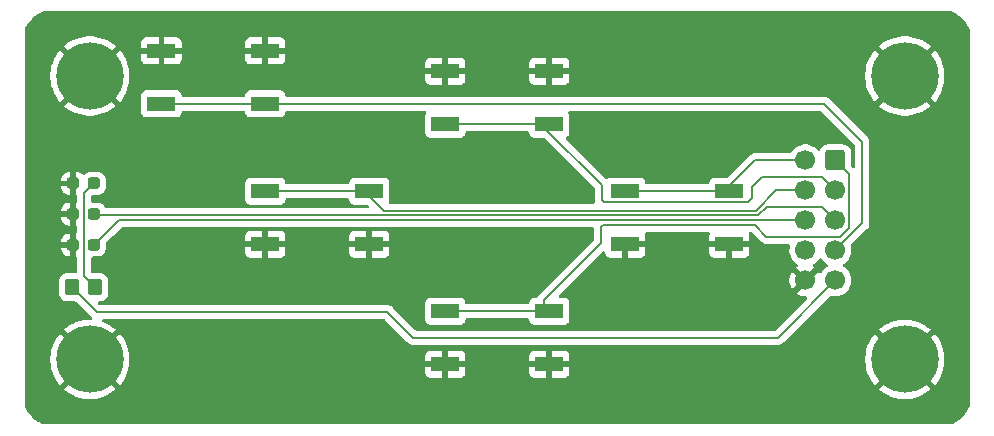
<source format=gbr>
%TF.GenerationSoftware,KiCad,Pcbnew,9.0.0*%
%TF.CreationDate,2025-03-04T20:01:11+01:00*%
%TF.ProjectId,esp32vga-keypad,65737033-3276-4676-912d-6b6579706164,2*%
%TF.SameCoordinates,Original*%
%TF.FileFunction,Copper,L1,Top*%
%TF.FilePolarity,Positive*%
%FSLAX46Y46*%
G04 Gerber Fmt 4.6, Leading zero omitted, Abs format (unit mm)*
G04 Created by KiCad (PCBNEW 9.0.0) date 2025-03-04 20:01:11*
%MOMM*%
%LPD*%
G01*
G04 APERTURE LIST*
G04 Aperture macros list*
%AMRoundRect*
0 Rectangle with rounded corners*
0 $1 Rounding radius*
0 $2 $3 $4 $5 $6 $7 $8 $9 X,Y pos of 4 corners*
0 Add a 4 corners polygon primitive as box body*
4,1,4,$2,$3,$4,$5,$6,$7,$8,$9,$2,$3,0*
0 Add four circle primitives for the rounded corners*
1,1,$1+$1,$2,$3*
1,1,$1+$1,$4,$5*
1,1,$1+$1,$6,$7*
1,1,$1+$1,$8,$9*
0 Add four rect primitives between the rounded corners*
20,1,$1+$1,$2,$3,$4,$5,0*
20,1,$1+$1,$4,$5,$6,$7,0*
20,1,$1+$1,$6,$7,$8,$9,0*
20,1,$1+$1,$8,$9,$2,$3,0*%
G04 Aperture macros list end*
%TA.AperFunction,SMDPad,CuDef*%
%ADD10R,2.400000X1.300000*%
%TD*%
%TA.AperFunction,ComponentPad*%
%ADD11C,5.700000*%
%TD*%
%TA.AperFunction,SMDPad,CuDef*%
%ADD12RoundRect,0.237500X-0.287500X-0.237500X0.287500X-0.237500X0.287500X0.237500X-0.287500X0.237500X0*%
%TD*%
%TA.AperFunction,SMDPad,CuDef*%
%ADD13RoundRect,0.250000X0.350000X0.450000X-0.350000X0.450000X-0.350000X-0.450000X0.350000X-0.450000X0*%
%TD*%
%TA.AperFunction,ComponentPad*%
%ADD14RoundRect,0.250000X0.600000X0.600000X-0.600000X0.600000X-0.600000X-0.600000X0.600000X-0.600000X0*%
%TD*%
%TA.AperFunction,ComponentPad*%
%ADD15C,1.700000*%
%TD*%
%TA.AperFunction,ViaPad*%
%ADD16C,0.600000*%
%TD*%
%TA.AperFunction,Conductor*%
%ADD17C,0.200000*%
%TD*%
G04 APERTURE END LIST*
D10*
%TO.P,SW2,1,1*%
%TO.N,/K_UP*%
X173890000Y-101090000D03*
X165090000Y-101090000D03*
%TO.P,SW2,2,2*%
%TO.N,GND*%
X173890000Y-96590000D03*
X165090000Y-96590000D03*
%TD*%
D11*
%TO.P,H1,1,1*%
%TO.N,GND*%
X135000000Y-97000000D03*
%TD*%
%TO.P,H3,1,1*%
%TO.N,GND*%
X204000000Y-121000000D03*
%TD*%
D10*
%TO.P,SW4,1,1*%
%TO.N,/K_DOWN*%
X165090000Y-116910000D03*
X173890000Y-116910000D03*
%TO.P,SW4,2,2*%
%TO.N,GND*%
X165090000Y-121410000D03*
X173890000Y-121410000D03*
%TD*%
D11*
%TO.P,H4,1,1*%
%TO.N,GND*%
X135000000Y-121000000D03*
%TD*%
%TO.P,H2,1,1*%
%TO.N,GND*%
X204000000Y-97000000D03*
%TD*%
D12*
%TO.P,D2,1,K*%
%TO.N,GND*%
X133600000Y-108690000D03*
%TO.P,D2,2,A*%
%TO.N,/L_STAT*%
X135350000Y-108690000D03*
%TD*%
D10*
%TO.P,SW3,1,1*%
%TO.N,/K_RIGHT*%
X180330000Y-106750000D03*
X189130000Y-106750000D03*
%TO.P,SW3,2,2*%
%TO.N,GND*%
X180330000Y-111250000D03*
X189130000Y-111250000D03*
%TD*%
D12*
%TO.P,D1,1,K*%
%TO.N,GND*%
X133600000Y-106100000D03*
%TO.P,D1,2,A*%
%TO.N,Net-(D1-A)*%
X135350000Y-106100000D03*
%TD*%
D10*
%TO.P,SW1,1,1*%
%TO.N,/K_LEFT*%
X149850000Y-106750000D03*
X158650000Y-106750000D03*
%TO.P,SW1,2,2*%
%TO.N,GND*%
X149850000Y-111250000D03*
X158650000Y-111250000D03*
%TD*%
D12*
%TO.P,D3,1,K*%
%TO.N,GND*%
X133600000Y-111300000D03*
%TO.P,D3,2,A*%
%TO.N,/L_SYNC*%
X135350000Y-111300000D03*
%TD*%
D13*
%TO.P,R1,1*%
%TO.N,Net-(D1-A)*%
X135467600Y-114884200D03*
%TO.P,R1,2*%
%TO.N,+3.3V*%
X133467600Y-114884200D03*
%TD*%
D10*
%TO.P,SW5,1,1*%
%TO.N,/RST*%
X149865800Y-99354200D03*
X141065800Y-99354200D03*
%TO.P,SW5,2,2*%
%TO.N,GND*%
X149865800Y-94854200D03*
X141065800Y-94854200D03*
%TD*%
D14*
%TO.P,J1,1,Pin_1*%
%TO.N,/K_DOWN*%
X198120000Y-104140000D03*
D15*
%TO.P,J1,2,Pin_2*%
%TO.N,/K_RIGHT*%
X195580000Y-104140000D03*
%TO.P,J1,3,Pin_3*%
%TO.N,/K_UP*%
X198120000Y-106680000D03*
%TO.P,J1,4,Pin_4*%
%TO.N,/K_LEFT*%
X195580000Y-106680000D03*
%TO.P,J1,5,Pin_5*%
%TO.N,/L_STAT*%
X198120000Y-109220000D03*
%TO.P,J1,6,Pin_6*%
%TO.N,/L_SYNC*%
X195580000Y-109220000D03*
%TO.P,J1,7,Pin_7*%
%TO.N,/RST*%
X198120000Y-111760000D03*
%TO.P,J1,8,Pin_8*%
%TO.N,unconnected-(J1-Pin_8-Pad8)*%
X195580000Y-111760000D03*
%TO.P,J1,9,Pin_9*%
%TO.N,+3.3V*%
X198120000Y-114300000D03*
%TO.P,J1,10,Pin_10*%
%TO.N,GND*%
X195580000Y-114300000D03*
%TD*%
D16*
%TO.N,GND*%
X154300000Y-101800000D03*
X154254200Y-121462800D03*
X184708800Y-121412000D03*
X184750000Y-101800000D03*
%TD*%
D17*
%TO.N,/K_DOWN*%
X191300000Y-109620000D02*
X178466800Y-109620000D01*
X173465000Y-115955000D02*
X173465000Y-116910000D01*
X198490000Y-110610000D02*
X192290000Y-110610000D01*
X178308000Y-109778800D02*
X178308000Y-111112000D01*
X178466800Y-109620000D02*
X178308000Y-109778800D01*
X199270000Y-109830000D02*
X198490000Y-110610000D01*
X192290000Y-110610000D02*
X191300000Y-109620000D01*
X198120000Y-104140000D02*
X199270000Y-105290000D01*
X199270000Y-105290000D02*
X199270000Y-109830000D01*
X173465000Y-116910000D02*
X165515000Y-116910000D01*
X178308000Y-111112000D02*
X173465000Y-115955000D01*
%TO.N,/K_RIGHT*%
X188705000Y-106750000D02*
X188815000Y-106750000D01*
X195580000Y-104140000D02*
X191315000Y-104140000D01*
X180755000Y-106750000D02*
X188705000Y-106750000D01*
X191315000Y-104140000D02*
X188705000Y-106750000D01*
%TO.N,/K_LEFT*%
X191400000Y-108400000D02*
X193120000Y-106680000D01*
X193120000Y-106680000D02*
X195580000Y-106680000D01*
X150275000Y-106750000D02*
X158225000Y-106750000D01*
X158225000Y-106750000D02*
X159875000Y-108400000D01*
X159875000Y-108400000D02*
X191400000Y-108400000D01*
%TO.N,/K_UP*%
X198120000Y-106680000D02*
X196970000Y-105530000D01*
X178566000Y-107700000D02*
X178333400Y-107467400D01*
X178333400Y-106233400D02*
X173465000Y-101365000D01*
X191084200Y-106395800D02*
X191084200Y-107340400D01*
X173465000Y-101365000D02*
X173465000Y-101090000D01*
X190724600Y-107700000D02*
X178566000Y-107700000D01*
X196970000Y-105530000D02*
X191950000Y-105530000D01*
X191084200Y-107340400D02*
X190724600Y-107700000D01*
X191950000Y-105530000D02*
X191084200Y-106395800D01*
X178333400Y-107467400D02*
X178333400Y-106233400D01*
X173465000Y-101090000D02*
X165515000Y-101090000D01*
%TO.N,Net-(D1-A)*%
X134525000Y-106925000D02*
X134525000Y-113941600D01*
X135350000Y-106100000D02*
X134525000Y-106925000D01*
X134525000Y-113941600D02*
X135467600Y-114884200D01*
%TO.N,/L_STAT*%
X196970000Y-108070000D02*
X192295686Y-108070000D01*
X135460000Y-108800000D02*
X135350000Y-108690000D01*
X198120000Y-109220000D02*
X196970000Y-108070000D01*
X191565686Y-108800000D02*
X135460000Y-108800000D01*
X192295686Y-108070000D02*
X191565686Y-108800000D01*
%TO.N,/L_SYNC*%
X137430000Y-109220000D02*
X135350000Y-111300000D01*
X195580000Y-109220000D02*
X137430000Y-109220000D01*
%TO.N,/RST*%
X200400000Y-109480000D02*
X198120000Y-111760000D01*
X147975000Y-99350000D02*
X197150000Y-99350000D01*
X147975000Y-99350000D02*
X140025000Y-99350000D01*
X200400000Y-102600000D02*
X200400000Y-109480000D01*
X197150000Y-99350000D02*
X200400000Y-102600000D01*
%TO.N,+3.3V*%
X160197800Y-116992400D02*
X162356800Y-119151400D01*
X135575800Y-116992400D02*
X160197800Y-116992400D01*
X162356800Y-119151400D02*
X193268600Y-119151400D01*
X133467600Y-114884200D02*
X135575800Y-116992400D01*
X193268600Y-119151400D02*
X198120000Y-114300000D01*
%TD*%
%TA.AperFunction,Conductor*%
%TO.N,GND*%
G36*
X177650539Y-109840185D02*
G01*
X177696294Y-109892989D01*
X177707500Y-109944500D01*
X177707500Y-110811902D01*
X177687815Y-110878941D01*
X177671181Y-110899583D01*
X172984481Y-115586282D01*
X172984475Y-115586290D01*
X172947407Y-115650494D01*
X172947405Y-115650499D01*
X172947405Y-115650500D01*
X172920269Y-115697501D01*
X172869701Y-115745716D01*
X172812883Y-115759500D01*
X172642130Y-115759500D01*
X172642123Y-115759501D01*
X172582516Y-115765908D01*
X172447671Y-115816202D01*
X172447664Y-115816206D01*
X172332455Y-115902452D01*
X172332452Y-115902455D01*
X172246206Y-116017664D01*
X172246202Y-116017671D01*
X172207657Y-116121018D01*
X172195909Y-116152517D01*
X172190937Y-116198757D01*
X172164201Y-116263306D01*
X172106809Y-116303154D01*
X172067649Y-116309500D01*
X166912351Y-116309500D01*
X166845312Y-116289815D01*
X166799557Y-116237011D01*
X166789061Y-116198752D01*
X166784091Y-116152516D01*
X166733797Y-116017671D01*
X166733793Y-116017664D01*
X166647547Y-115902455D01*
X166647544Y-115902452D01*
X166532335Y-115816206D01*
X166532328Y-115816202D01*
X166397482Y-115765908D01*
X166397483Y-115765908D01*
X166337883Y-115759501D01*
X166337881Y-115759500D01*
X166337873Y-115759500D01*
X166337864Y-115759500D01*
X163842129Y-115759500D01*
X163842123Y-115759501D01*
X163782516Y-115765908D01*
X163647671Y-115816202D01*
X163647664Y-115816206D01*
X163532455Y-115902452D01*
X163532452Y-115902455D01*
X163446206Y-116017664D01*
X163446202Y-116017671D01*
X163395908Y-116152517D01*
X163389501Y-116212116D01*
X163389501Y-116212123D01*
X163389500Y-116212135D01*
X163389500Y-117607870D01*
X163389501Y-117607876D01*
X163395908Y-117667483D01*
X163446202Y-117802328D01*
X163446206Y-117802335D01*
X163532452Y-117917544D01*
X163532455Y-117917547D01*
X163647664Y-118003793D01*
X163647671Y-118003797D01*
X163782517Y-118054091D01*
X163782516Y-118054091D01*
X163789444Y-118054835D01*
X163842127Y-118060500D01*
X166337872Y-118060499D01*
X166397483Y-118054091D01*
X166532331Y-118003796D01*
X166647546Y-117917546D01*
X166733796Y-117802331D01*
X166784091Y-117667483D01*
X166789062Y-117621242D01*
X166815799Y-117556694D01*
X166873191Y-117516846D01*
X166912351Y-117510500D01*
X172067649Y-117510500D01*
X172134688Y-117530185D01*
X172180443Y-117582989D01*
X172190939Y-117621248D01*
X172195908Y-117667483D01*
X172246202Y-117802328D01*
X172246206Y-117802335D01*
X172332452Y-117917544D01*
X172332455Y-117917547D01*
X172447664Y-118003793D01*
X172447671Y-118003797D01*
X172582517Y-118054091D01*
X172582516Y-118054091D01*
X172589444Y-118054835D01*
X172642127Y-118060500D01*
X175137872Y-118060499D01*
X175197483Y-118054091D01*
X175332331Y-118003796D01*
X175447546Y-117917546D01*
X175533796Y-117802331D01*
X175584091Y-117667483D01*
X175590500Y-117607873D01*
X175590499Y-116212128D01*
X175584091Y-116152517D01*
X175568021Y-116109432D01*
X175533797Y-116017671D01*
X175533793Y-116017664D01*
X175447547Y-115902455D01*
X175447544Y-115902452D01*
X175332335Y-115816206D01*
X175332328Y-115816202D01*
X175197482Y-115765908D01*
X175197483Y-115765908D01*
X175137883Y-115759501D01*
X175137881Y-115759500D01*
X175137873Y-115759500D01*
X175137865Y-115759500D01*
X174809096Y-115759500D01*
X174742057Y-115739815D01*
X174696302Y-115687011D01*
X174686358Y-115617853D01*
X174715383Y-115554297D01*
X174721415Y-115547819D01*
X178418319Y-111850915D01*
X178479642Y-111817430D01*
X178549334Y-111822414D01*
X178605267Y-111864286D01*
X178629684Y-111929750D01*
X178630000Y-111938596D01*
X178630000Y-111947844D01*
X178636401Y-112007372D01*
X178636403Y-112007379D01*
X178686645Y-112142086D01*
X178686649Y-112142093D01*
X178772809Y-112257187D01*
X178772812Y-112257190D01*
X178887906Y-112343350D01*
X178887913Y-112343354D01*
X179022620Y-112393596D01*
X179022627Y-112393598D01*
X179082155Y-112399999D01*
X179082172Y-112400000D01*
X180080000Y-112400000D01*
X180580000Y-112400000D01*
X181577828Y-112400000D01*
X181577844Y-112399999D01*
X181637372Y-112393598D01*
X181637379Y-112393596D01*
X181772086Y-112343354D01*
X181772093Y-112343350D01*
X181887187Y-112257190D01*
X181887190Y-112257187D01*
X181973350Y-112142093D01*
X181973354Y-112142086D01*
X182023596Y-112007379D01*
X182023598Y-112007372D01*
X182029999Y-111947844D01*
X187430000Y-111947844D01*
X187436401Y-112007372D01*
X187436403Y-112007379D01*
X187486645Y-112142086D01*
X187486649Y-112142093D01*
X187572809Y-112257187D01*
X187572812Y-112257190D01*
X187687906Y-112343350D01*
X187687913Y-112343354D01*
X187822620Y-112393596D01*
X187822627Y-112393598D01*
X187882155Y-112399999D01*
X187882172Y-112400000D01*
X188880000Y-112400000D01*
X189380000Y-112400000D01*
X190377828Y-112400000D01*
X190377844Y-112399999D01*
X190437372Y-112393598D01*
X190437379Y-112393596D01*
X190572086Y-112343354D01*
X190572093Y-112343350D01*
X190687187Y-112257190D01*
X190687190Y-112257187D01*
X190773350Y-112142093D01*
X190773354Y-112142086D01*
X190823596Y-112007379D01*
X190823598Y-112007372D01*
X190829999Y-111947844D01*
X190830000Y-111947827D01*
X190830000Y-111500000D01*
X189380000Y-111500000D01*
X189380000Y-112400000D01*
X188880000Y-112400000D01*
X188880000Y-111500000D01*
X187430000Y-111500000D01*
X187430000Y-111947844D01*
X182029999Y-111947844D01*
X182030000Y-111947827D01*
X182030000Y-111500000D01*
X180580000Y-111500000D01*
X180580000Y-112400000D01*
X180080000Y-112400000D01*
X180080000Y-111374000D01*
X180099685Y-111306961D01*
X180152489Y-111261206D01*
X180204000Y-111250000D01*
X180330000Y-111250000D01*
X180330000Y-111124000D01*
X180349685Y-111056961D01*
X180402489Y-111011206D01*
X180454000Y-111000000D01*
X182030000Y-111000000D01*
X182030000Y-110552172D01*
X182029999Y-110552155D01*
X182023598Y-110492627D01*
X182023596Y-110492619D01*
X181984514Y-110387833D01*
X181979530Y-110318141D01*
X182013015Y-110256818D01*
X182074339Y-110223334D01*
X182100696Y-110220500D01*
X187359304Y-110220500D01*
X187426343Y-110240185D01*
X187472098Y-110292989D01*
X187482042Y-110362147D01*
X187475486Y-110387833D01*
X187436403Y-110492619D01*
X187436401Y-110492627D01*
X187430000Y-110552155D01*
X187430000Y-111000000D01*
X190830000Y-111000000D01*
X190830000Y-110552172D01*
X190829999Y-110552155D01*
X190823598Y-110492627D01*
X190823596Y-110492619D01*
X190784514Y-110387833D01*
X190782325Y-110357224D01*
X190777958Y-110326853D01*
X190779855Y-110322697D01*
X190779530Y-110318141D01*
X190794236Y-110291208D01*
X190806983Y-110263297D01*
X190810825Y-110260827D01*
X190813015Y-110256818D01*
X190839945Y-110242113D01*
X190865761Y-110225523D01*
X190871963Y-110224631D01*
X190874339Y-110223334D01*
X190900696Y-110220500D01*
X190999903Y-110220500D01*
X191066942Y-110240185D01*
X191087584Y-110256819D01*
X191805139Y-110974374D01*
X191805149Y-110974385D01*
X191809479Y-110978715D01*
X191809480Y-110978716D01*
X191921284Y-111090520D01*
X191921286Y-111090521D01*
X191921290Y-111090524D01*
X192058209Y-111169573D01*
X192058216Y-111169577D01*
X192170019Y-111199534D01*
X192210942Y-111210500D01*
X192210943Y-111210500D01*
X194167873Y-111210500D01*
X194234912Y-111230185D01*
X194280667Y-111282989D01*
X194290611Y-111352147D01*
X194285805Y-111372813D01*
X194276492Y-111401476D01*
X194262753Y-111443760D01*
X194240116Y-111586684D01*
X194229500Y-111653713D01*
X194229500Y-111866287D01*
X194262754Y-112076243D01*
X194327496Y-112275498D01*
X194328444Y-112278414D01*
X194424951Y-112467820D01*
X194549890Y-112639786D01*
X194700213Y-112790109D01*
X194872179Y-112915048D01*
X194872181Y-112915049D01*
X194872184Y-112915051D01*
X194881493Y-112919794D01*
X194932290Y-112967766D01*
X194949087Y-113035587D01*
X194926552Y-113101722D01*
X194881505Y-113140760D01*
X194872446Y-113145376D01*
X194872440Y-113145380D01*
X194818282Y-113184727D01*
X194818282Y-113184728D01*
X195450591Y-113817037D01*
X195387007Y-113834075D01*
X195272993Y-113899901D01*
X195179901Y-113992993D01*
X195114075Y-114107007D01*
X195097037Y-114170591D01*
X194464728Y-113538282D01*
X194464727Y-113538282D01*
X194425380Y-113592439D01*
X194328904Y-113781782D01*
X194263242Y-113983869D01*
X194263242Y-113983872D01*
X194230000Y-114193753D01*
X194230000Y-114406246D01*
X194263242Y-114616127D01*
X194263242Y-114616130D01*
X194328904Y-114818217D01*
X194425375Y-115007550D01*
X194464728Y-115061716D01*
X195097037Y-114429408D01*
X195114075Y-114492993D01*
X195179901Y-114607007D01*
X195272993Y-114700099D01*
X195387007Y-114765925D01*
X195450590Y-114782962D01*
X194818282Y-115415269D01*
X194818282Y-115415270D01*
X194872449Y-115454624D01*
X195061782Y-115551095D01*
X195263870Y-115616757D01*
X195473754Y-115650000D01*
X195621402Y-115650000D01*
X195688441Y-115669685D01*
X195734196Y-115722489D01*
X195744140Y-115791647D01*
X195715115Y-115855203D01*
X195709083Y-115861681D01*
X193056184Y-118514581D01*
X192994861Y-118548066D01*
X192968503Y-118550900D01*
X162656897Y-118550900D01*
X162589858Y-118531215D01*
X162569216Y-118514581D01*
X160685390Y-116630755D01*
X160685388Y-116630752D01*
X160566517Y-116511881D01*
X160566516Y-116511880D01*
X160479704Y-116461760D01*
X160479704Y-116461759D01*
X160479700Y-116461758D01*
X160429585Y-116432823D01*
X160276857Y-116391899D01*
X160118743Y-116391899D01*
X160111147Y-116391899D01*
X160111131Y-116391900D01*
X135875897Y-116391900D01*
X135846456Y-116383255D01*
X135816470Y-116376732D01*
X135811454Y-116372977D01*
X135808858Y-116372215D01*
X135788216Y-116355581D01*
X135729015Y-116296380D01*
X135695530Y-116235057D01*
X135700514Y-116165365D01*
X135742386Y-116109432D01*
X135807850Y-116085015D01*
X135816696Y-116084699D01*
X135867602Y-116084699D01*
X135867608Y-116084699D01*
X135970397Y-116074199D01*
X136136934Y-116019014D01*
X136286256Y-115926912D01*
X136410312Y-115802856D01*
X136502414Y-115653534D01*
X136557599Y-115486997D01*
X136568100Y-115384209D01*
X136568099Y-114384192D01*
X136557599Y-114281403D01*
X136502414Y-114114866D01*
X136410312Y-113965544D01*
X136286256Y-113841488D01*
X136136934Y-113749386D01*
X135970397Y-113694201D01*
X135970395Y-113694200D01*
X135867616Y-113683700D01*
X135867609Y-113683700D01*
X135249500Y-113683700D01*
X135182461Y-113664015D01*
X135136706Y-113611211D01*
X135125500Y-113559700D01*
X135125500Y-112399499D01*
X135145185Y-112332460D01*
X135197989Y-112286705D01*
X135249500Y-112275499D01*
X135686670Y-112275499D01*
X135686676Y-112275499D01*
X135787753Y-112265174D01*
X135951516Y-112210908D01*
X136098350Y-112120340D01*
X136220340Y-111998350D01*
X136251492Y-111947844D01*
X148150000Y-111947844D01*
X148156401Y-112007372D01*
X148156403Y-112007379D01*
X148206645Y-112142086D01*
X148206649Y-112142093D01*
X148292809Y-112257187D01*
X148292812Y-112257190D01*
X148407906Y-112343350D01*
X148407913Y-112343354D01*
X148542620Y-112393596D01*
X148542627Y-112393598D01*
X148602155Y-112399999D01*
X148602172Y-112400000D01*
X149600000Y-112400000D01*
X150100000Y-112400000D01*
X151097828Y-112400000D01*
X151097844Y-112399999D01*
X151157372Y-112393598D01*
X151157379Y-112393596D01*
X151292086Y-112343354D01*
X151292093Y-112343350D01*
X151407187Y-112257190D01*
X151407190Y-112257187D01*
X151493350Y-112142093D01*
X151493354Y-112142086D01*
X151543596Y-112007379D01*
X151543598Y-112007372D01*
X151549999Y-111947844D01*
X156950000Y-111947844D01*
X156956401Y-112007372D01*
X156956403Y-112007379D01*
X157006645Y-112142086D01*
X157006649Y-112142093D01*
X157092809Y-112257187D01*
X157092812Y-112257190D01*
X157207906Y-112343350D01*
X157207913Y-112343354D01*
X157342620Y-112393596D01*
X157342627Y-112393598D01*
X157402155Y-112399999D01*
X157402172Y-112400000D01*
X158400000Y-112400000D01*
X158900000Y-112400000D01*
X159897828Y-112400000D01*
X159897844Y-112399999D01*
X159957372Y-112393598D01*
X159957379Y-112393596D01*
X160092086Y-112343354D01*
X160092093Y-112343350D01*
X160207187Y-112257190D01*
X160207190Y-112257187D01*
X160293350Y-112142093D01*
X160293354Y-112142086D01*
X160343596Y-112007379D01*
X160343598Y-112007372D01*
X160349999Y-111947844D01*
X160350000Y-111947827D01*
X160350000Y-111500000D01*
X158900000Y-111500000D01*
X158900000Y-112400000D01*
X158400000Y-112400000D01*
X158400000Y-111500000D01*
X156950000Y-111500000D01*
X156950000Y-111947844D01*
X151549999Y-111947844D01*
X151550000Y-111947827D01*
X151550000Y-111500000D01*
X150100000Y-111500000D01*
X150100000Y-112400000D01*
X149600000Y-112400000D01*
X149600000Y-111500000D01*
X148150000Y-111500000D01*
X148150000Y-111947844D01*
X136251492Y-111947844D01*
X136310908Y-111851516D01*
X136365174Y-111687753D01*
X136375500Y-111586677D01*
X136375499Y-111352147D01*
X136375499Y-111175096D01*
X136395183Y-111108057D01*
X136411813Y-111087420D01*
X136947079Y-110552155D01*
X148150000Y-110552155D01*
X148150000Y-111000000D01*
X149600000Y-111000000D01*
X150100000Y-111000000D01*
X151550000Y-111000000D01*
X151550000Y-110552172D01*
X151549999Y-110552155D01*
X156950000Y-110552155D01*
X156950000Y-111000000D01*
X158400000Y-111000000D01*
X158900000Y-111000000D01*
X160350000Y-111000000D01*
X160350000Y-110552172D01*
X160349999Y-110552155D01*
X160343598Y-110492627D01*
X160343596Y-110492620D01*
X160293354Y-110357913D01*
X160293350Y-110357906D01*
X160207190Y-110242812D01*
X160207187Y-110242809D01*
X160092093Y-110156649D01*
X160092086Y-110156645D01*
X159957379Y-110106403D01*
X159957372Y-110106401D01*
X159897844Y-110100000D01*
X158900000Y-110100000D01*
X158900000Y-111000000D01*
X158400000Y-111000000D01*
X158400000Y-110100000D01*
X157402155Y-110100000D01*
X157342627Y-110106401D01*
X157342620Y-110106403D01*
X157207913Y-110156645D01*
X157207906Y-110156649D01*
X157092812Y-110242809D01*
X157092809Y-110242812D01*
X157006649Y-110357906D01*
X157006645Y-110357913D01*
X156956403Y-110492620D01*
X156956401Y-110492627D01*
X156950000Y-110552155D01*
X151549999Y-110552155D01*
X151543598Y-110492627D01*
X151543596Y-110492620D01*
X151493354Y-110357913D01*
X151493350Y-110357906D01*
X151407190Y-110242812D01*
X151407187Y-110242809D01*
X151292093Y-110156649D01*
X151292086Y-110156645D01*
X151157379Y-110106403D01*
X151157372Y-110106401D01*
X151097844Y-110100000D01*
X150100000Y-110100000D01*
X150100000Y-111000000D01*
X149600000Y-111000000D01*
X149600000Y-110100000D01*
X148602155Y-110100000D01*
X148542627Y-110106401D01*
X148542620Y-110106403D01*
X148407913Y-110156645D01*
X148407906Y-110156649D01*
X148292812Y-110242809D01*
X148292809Y-110242812D01*
X148206649Y-110357906D01*
X148206645Y-110357913D01*
X148156403Y-110492620D01*
X148156401Y-110492627D01*
X148150000Y-110552155D01*
X136947079Y-110552155D01*
X137642416Y-109856819D01*
X137703739Y-109823334D01*
X137730097Y-109820500D01*
X177583500Y-109820500D01*
X177650539Y-109840185D01*
G37*
%TD.AperFunction*%
%TA.AperFunction,Conductor*%
G36*
X196921444Y-112413999D02*
G01*
X196960486Y-112459056D01*
X196964951Y-112467820D01*
X197089890Y-112639786D01*
X197240213Y-112790109D01*
X197412182Y-112915050D01*
X197420946Y-112919516D01*
X197471742Y-112967491D01*
X197488536Y-113035312D01*
X197465998Y-113101447D01*
X197420946Y-113140484D01*
X197412182Y-113144949D01*
X197240213Y-113269890D01*
X197089890Y-113420213D01*
X196964949Y-113592182D01*
X196960202Y-113601499D01*
X196912227Y-113652293D01*
X196844405Y-113669087D01*
X196778271Y-113646548D01*
X196739234Y-113601495D01*
X196734626Y-113592452D01*
X196695270Y-113538282D01*
X196695269Y-113538282D01*
X196062962Y-114170590D01*
X196045925Y-114107007D01*
X195980099Y-113992993D01*
X195887007Y-113899901D01*
X195772993Y-113834075D01*
X195709409Y-113817037D01*
X196341716Y-113184728D01*
X196287547Y-113145373D01*
X196287547Y-113145372D01*
X196278500Y-113140763D01*
X196227706Y-113092788D01*
X196210912Y-113024966D01*
X196233451Y-112958832D01*
X196278508Y-112919793D01*
X196287816Y-112915051D01*
X196367007Y-112857515D01*
X196459786Y-112790109D01*
X196459788Y-112790106D01*
X196459792Y-112790104D01*
X196610104Y-112639792D01*
X196610106Y-112639788D01*
X196610109Y-112639786D01*
X196735048Y-112467820D01*
X196735047Y-112467820D01*
X196735051Y-112467816D01*
X196739514Y-112459054D01*
X196787488Y-112408259D01*
X196855308Y-112391463D01*
X196921444Y-112413999D01*
G37*
%TD.AperFunction*%
%TA.AperFunction,Conductor*%
G36*
X196916942Y-99970185D02*
G01*
X196937584Y-99986819D01*
X199763181Y-102812416D01*
X199796666Y-102873739D01*
X199799500Y-102900097D01*
X199799500Y-104670902D01*
X199793261Y-104692147D01*
X199791682Y-104714236D01*
X199783609Y-104725019D01*
X199779815Y-104737941D01*
X199763081Y-104752440D01*
X199749810Y-104770169D01*
X199737189Y-104774876D01*
X199727011Y-104783696D01*
X199705093Y-104786847D01*
X199684346Y-104794586D01*
X199671185Y-104791723D01*
X199657853Y-104793640D01*
X199637709Y-104784440D01*
X199616073Y-104779734D01*
X199598347Y-104766465D01*
X199594297Y-104764615D01*
X199587819Y-104758583D01*
X199506818Y-104677582D01*
X199473333Y-104616259D01*
X199470499Y-104589901D01*
X199470499Y-103489998D01*
X199470498Y-103489981D01*
X199459999Y-103387203D01*
X199459998Y-103387200D01*
X199404814Y-103220666D01*
X199312712Y-103071344D01*
X199188656Y-102947288D01*
X199093253Y-102888443D01*
X199039336Y-102855187D01*
X199039331Y-102855185D01*
X199019866Y-102848735D01*
X198872797Y-102800001D01*
X198872795Y-102800000D01*
X198770010Y-102789500D01*
X197469998Y-102789500D01*
X197469981Y-102789501D01*
X197367203Y-102800000D01*
X197367200Y-102800001D01*
X197200668Y-102855185D01*
X197200663Y-102855187D01*
X197051342Y-102947289D01*
X196927289Y-103071342D01*
X196835187Y-103220663D01*
X196835183Y-103220673D01*
X196831685Y-103231229D01*
X196791910Y-103288672D01*
X196727393Y-103315493D01*
X196658618Y-103303174D01*
X196613663Y-103265106D01*
X196610105Y-103260209D01*
X196459786Y-103109890D01*
X196287820Y-102984951D01*
X196098414Y-102888444D01*
X196098413Y-102888443D01*
X196098412Y-102888443D01*
X195896243Y-102822754D01*
X195896241Y-102822753D01*
X195896240Y-102822753D01*
X195734957Y-102797208D01*
X195686287Y-102789500D01*
X195473713Y-102789500D01*
X195425042Y-102797208D01*
X195263760Y-102822753D01*
X195061585Y-102888444D01*
X194872179Y-102984951D01*
X194700213Y-103109890D01*
X194549890Y-103260213D01*
X194424948Y-103432184D01*
X194424947Y-103432185D01*
X194404765Y-103471795D01*
X194356791Y-103522591D01*
X194294281Y-103539500D01*
X191235940Y-103539500D01*
X191195019Y-103550464D01*
X191195019Y-103550465D01*
X191157751Y-103560451D01*
X191083214Y-103580423D01*
X191083209Y-103580426D01*
X190946290Y-103659475D01*
X190946282Y-103659481D01*
X190834478Y-103771286D01*
X189042582Y-105563181D01*
X188981259Y-105596666D01*
X188954901Y-105599500D01*
X187882129Y-105599500D01*
X187882123Y-105599501D01*
X187822516Y-105605908D01*
X187687671Y-105656202D01*
X187687664Y-105656206D01*
X187572455Y-105742452D01*
X187572452Y-105742455D01*
X187486206Y-105857664D01*
X187486202Y-105857671D01*
X187435910Y-105992513D01*
X187435909Y-105992517D01*
X187430937Y-106038757D01*
X187404201Y-106103306D01*
X187346809Y-106143154D01*
X187307649Y-106149500D01*
X182152351Y-106149500D01*
X182085312Y-106129815D01*
X182039557Y-106077011D01*
X182029061Y-106038752D01*
X182024091Y-105992516D01*
X181973797Y-105857671D01*
X181973793Y-105857664D01*
X181887547Y-105742455D01*
X181887544Y-105742452D01*
X181772335Y-105656206D01*
X181772328Y-105656202D01*
X181637482Y-105605908D01*
X181637483Y-105605908D01*
X181577883Y-105599501D01*
X181577881Y-105599500D01*
X181577873Y-105599500D01*
X181577864Y-105599500D01*
X179082129Y-105599500D01*
X179082123Y-105599501D01*
X179022516Y-105605908D01*
X178887671Y-105656202D01*
X178887664Y-105656206D01*
X178812279Y-105712639D01*
X178746815Y-105737056D01*
X178678542Y-105722204D01*
X178650288Y-105701053D01*
X175319543Y-102370308D01*
X175286058Y-102308985D01*
X175291042Y-102239293D01*
X175332913Y-102183360D01*
X175447546Y-102097546D01*
X175533796Y-101982331D01*
X175584091Y-101847483D01*
X175590500Y-101787873D01*
X175590499Y-100392128D01*
X175584091Y-100332517D01*
X175552020Y-100246531D01*
X175533797Y-100197671D01*
X175533795Y-100197668D01*
X175497221Y-100148811D01*
X175472804Y-100083347D01*
X175487656Y-100015074D01*
X175537061Y-99965668D01*
X175596488Y-99950500D01*
X196849903Y-99950500D01*
X196916942Y-99970185D01*
G37*
%TD.AperFunction*%
%TA.AperFunction,Conductor*%
G36*
X207922675Y-91502126D02*
G01*
X207927754Y-91501210D01*
X207961952Y-91509939D01*
X208026119Y-91536517D01*
X208045212Y-91544426D01*
X208045215Y-91544427D01*
X208057737Y-91550456D01*
X208340006Y-91706461D01*
X208351779Y-91713859D01*
X208614789Y-91900475D01*
X208625649Y-91909135D01*
X208866127Y-92124039D01*
X208875960Y-92133872D01*
X209090859Y-92374344D01*
X209099528Y-92385216D01*
X209286139Y-92648219D01*
X209293538Y-92659993D01*
X209449539Y-92942255D01*
X209455572Y-92954783D01*
X209490061Y-93038046D01*
X209499500Y-93085499D01*
X209499500Y-124914499D01*
X209490061Y-124961952D01*
X209455572Y-125045216D01*
X209449539Y-125057744D01*
X209293538Y-125340006D01*
X209286139Y-125351780D01*
X209099528Y-125614783D01*
X209090859Y-125625655D01*
X208875960Y-125866127D01*
X208866127Y-125875960D01*
X208625655Y-126090859D01*
X208614783Y-126099528D01*
X208351780Y-126286139D01*
X208340006Y-126293538D01*
X208057744Y-126449539D01*
X208045216Y-126455572D01*
X207961953Y-126490061D01*
X207914500Y-126499500D01*
X131085500Y-126499500D01*
X131038047Y-126490061D01*
X130954783Y-126455572D01*
X130942255Y-126449539D01*
X130659993Y-126293538D01*
X130648219Y-126286139D01*
X130385216Y-126099528D01*
X130374344Y-126090859D01*
X130133872Y-125875960D01*
X130124039Y-125866127D01*
X129909140Y-125625655D01*
X129900475Y-125614789D01*
X129713859Y-125351779D01*
X129706461Y-125340006D01*
X129550460Y-125057744D01*
X129544431Y-125045224D01*
X129509938Y-124961950D01*
X129500500Y-124914499D01*
X129500500Y-120835428D01*
X131650000Y-120835428D01*
X131650000Y-121164571D01*
X131682261Y-121492139D01*
X131746474Y-121814956D01*
X131746475Y-121814961D01*
X131842025Y-122129946D01*
X131967985Y-122434039D01*
X131967987Y-122434044D01*
X132123137Y-122724309D01*
X132123148Y-122724327D01*
X132306007Y-122997995D01*
X132306010Y-122997999D01*
X132460364Y-123186081D01*
X132460365Y-123186081D01*
X133705748Y-121940698D01*
X133779588Y-122042330D01*
X133957670Y-122220412D01*
X134059300Y-122294251D01*
X132813917Y-123539633D01*
X132813917Y-123539634D01*
X133002000Y-123693989D01*
X133002004Y-123693992D01*
X133275672Y-123876851D01*
X133275690Y-123876862D01*
X133565955Y-124032012D01*
X133565960Y-124032014D01*
X133870053Y-124157974D01*
X134185038Y-124253524D01*
X134185043Y-124253525D01*
X134507860Y-124317738D01*
X134835428Y-124350000D01*
X135164572Y-124350000D01*
X135492139Y-124317738D01*
X135814956Y-124253525D01*
X135814961Y-124253524D01*
X136129946Y-124157974D01*
X136434039Y-124032014D01*
X136434044Y-124032012D01*
X136724309Y-123876862D01*
X136724327Y-123876851D01*
X136998004Y-123693986D01*
X137186081Y-123539635D01*
X137186082Y-123539634D01*
X135940698Y-122294251D01*
X136042330Y-122220412D01*
X136220412Y-122042330D01*
X136294251Y-121940699D01*
X137539634Y-123186082D01*
X137539635Y-123186081D01*
X137693986Y-122998004D01*
X137876851Y-122724327D01*
X137876862Y-122724309D01*
X138032012Y-122434044D01*
X138032014Y-122434039D01*
X138157974Y-122129946D01*
X138164679Y-122107844D01*
X163390000Y-122107844D01*
X163396401Y-122167372D01*
X163396403Y-122167379D01*
X163446645Y-122302086D01*
X163446649Y-122302093D01*
X163532809Y-122417187D01*
X163532812Y-122417190D01*
X163647906Y-122503350D01*
X163647913Y-122503354D01*
X163782620Y-122553596D01*
X163782627Y-122553598D01*
X163842155Y-122559999D01*
X163842172Y-122560000D01*
X164840000Y-122560000D01*
X165340000Y-122560000D01*
X166337828Y-122560000D01*
X166337844Y-122559999D01*
X166397372Y-122553598D01*
X166397379Y-122553596D01*
X166532086Y-122503354D01*
X166532093Y-122503350D01*
X166647187Y-122417190D01*
X166647190Y-122417187D01*
X166733350Y-122302093D01*
X166733354Y-122302086D01*
X166783596Y-122167379D01*
X166783598Y-122167372D01*
X166789999Y-122107844D01*
X172190000Y-122107844D01*
X172196401Y-122167372D01*
X172196403Y-122167379D01*
X172246645Y-122302086D01*
X172246649Y-122302093D01*
X172332809Y-122417187D01*
X172332812Y-122417190D01*
X172447906Y-122503350D01*
X172447913Y-122503354D01*
X172582620Y-122553596D01*
X172582627Y-122553598D01*
X172642155Y-122559999D01*
X172642172Y-122560000D01*
X173640000Y-122560000D01*
X174140000Y-122560000D01*
X175137828Y-122560000D01*
X175137844Y-122559999D01*
X175197372Y-122553598D01*
X175197379Y-122553596D01*
X175332086Y-122503354D01*
X175332093Y-122503350D01*
X175447187Y-122417190D01*
X175447190Y-122417187D01*
X175533350Y-122302093D01*
X175533354Y-122302086D01*
X175583596Y-122167379D01*
X175583598Y-122167372D01*
X175589999Y-122107844D01*
X175590000Y-122107827D01*
X175590000Y-121660000D01*
X174140000Y-121660000D01*
X174140000Y-122560000D01*
X173640000Y-122560000D01*
X173640000Y-121660000D01*
X172190000Y-121660000D01*
X172190000Y-122107844D01*
X166789999Y-122107844D01*
X166790000Y-122107827D01*
X166790000Y-121660000D01*
X165340000Y-121660000D01*
X165340000Y-122560000D01*
X164840000Y-122560000D01*
X164840000Y-121660000D01*
X163390000Y-121660000D01*
X163390000Y-122107844D01*
X138164679Y-122107844D01*
X138253524Y-121814961D01*
X138253525Y-121814956D01*
X138299377Y-121584447D01*
X138317738Y-121492139D01*
X138350000Y-121164571D01*
X138350000Y-120835427D01*
X138338731Y-120721004D01*
X138337859Y-120712155D01*
X163390000Y-120712155D01*
X163390000Y-121160000D01*
X164840000Y-121160000D01*
X165340000Y-121160000D01*
X166790000Y-121160000D01*
X166790000Y-120712172D01*
X166789999Y-120712155D01*
X172190000Y-120712155D01*
X172190000Y-121160000D01*
X173640000Y-121160000D01*
X174140000Y-121160000D01*
X175590000Y-121160000D01*
X175590000Y-120835428D01*
X200650000Y-120835428D01*
X200650000Y-121164571D01*
X200682261Y-121492139D01*
X200746474Y-121814956D01*
X200746475Y-121814961D01*
X200842025Y-122129946D01*
X200967985Y-122434039D01*
X200967987Y-122434044D01*
X201123137Y-122724309D01*
X201123148Y-122724327D01*
X201306007Y-122997995D01*
X201306010Y-122997999D01*
X201460364Y-123186081D01*
X201460365Y-123186081D01*
X202705748Y-121940698D01*
X202779588Y-122042330D01*
X202957670Y-122220412D01*
X203059300Y-122294251D01*
X201813917Y-123539633D01*
X201813917Y-123539634D01*
X202002000Y-123693989D01*
X202002004Y-123693992D01*
X202275672Y-123876851D01*
X202275690Y-123876862D01*
X202565955Y-124032012D01*
X202565960Y-124032014D01*
X202870053Y-124157974D01*
X203185038Y-124253524D01*
X203185043Y-124253525D01*
X203507860Y-124317738D01*
X203835428Y-124350000D01*
X204164572Y-124350000D01*
X204492139Y-124317738D01*
X204814956Y-124253525D01*
X204814961Y-124253524D01*
X205129946Y-124157974D01*
X205434039Y-124032014D01*
X205434044Y-124032012D01*
X205724309Y-123876862D01*
X205724327Y-123876851D01*
X205998004Y-123693986D01*
X206186081Y-123539635D01*
X206186082Y-123539634D01*
X204940698Y-122294251D01*
X205042330Y-122220412D01*
X205220412Y-122042330D01*
X205294251Y-121940699D01*
X206539634Y-123186082D01*
X206539635Y-123186081D01*
X206693986Y-122998004D01*
X206876851Y-122724327D01*
X206876862Y-122724309D01*
X207032012Y-122434044D01*
X207032014Y-122434039D01*
X207157974Y-122129946D01*
X207253524Y-121814961D01*
X207253525Y-121814956D01*
X207317738Y-121492139D01*
X207350000Y-121164571D01*
X207350000Y-120835428D01*
X207317738Y-120507860D01*
X207253525Y-120185043D01*
X207253524Y-120185038D01*
X207157974Y-119870053D01*
X207032014Y-119565960D01*
X207032012Y-119565955D01*
X206876862Y-119275690D01*
X206876851Y-119275672D01*
X206693992Y-119002004D01*
X206693989Y-119002000D01*
X206539634Y-118813917D01*
X206539633Y-118813917D01*
X205294250Y-120059299D01*
X205220412Y-119957670D01*
X205042330Y-119779588D01*
X204940697Y-119705747D01*
X206186081Y-118460365D01*
X206186081Y-118460364D01*
X205997999Y-118306010D01*
X205997995Y-118306007D01*
X205724327Y-118123148D01*
X205724309Y-118123137D01*
X205434044Y-117967987D01*
X205434039Y-117967985D01*
X205129946Y-117842025D01*
X204814961Y-117746475D01*
X204814956Y-117746474D01*
X204492139Y-117682261D01*
X204164572Y-117650000D01*
X203835428Y-117650000D01*
X203507860Y-117682261D01*
X203185043Y-117746474D01*
X203185038Y-117746475D01*
X202870053Y-117842025D01*
X202565960Y-117967985D01*
X202565955Y-117967987D01*
X202275690Y-118123137D01*
X202275672Y-118123148D01*
X202002004Y-118306007D01*
X202001999Y-118306010D01*
X201813917Y-118460364D01*
X201813917Y-118460365D01*
X203059301Y-119705748D01*
X202957670Y-119779588D01*
X202779588Y-119957670D01*
X202705748Y-120059301D01*
X201460365Y-118813917D01*
X201460364Y-118813917D01*
X201306010Y-119001999D01*
X201306007Y-119002004D01*
X201123148Y-119275672D01*
X201123137Y-119275690D01*
X200967987Y-119565955D01*
X200967985Y-119565960D01*
X200842025Y-119870053D01*
X200746475Y-120185038D01*
X200746474Y-120185043D01*
X200682261Y-120507860D01*
X200650000Y-120835428D01*
X175590000Y-120835428D01*
X175590000Y-120712172D01*
X175589999Y-120712155D01*
X175583598Y-120652627D01*
X175583596Y-120652620D01*
X175533354Y-120517913D01*
X175533350Y-120517906D01*
X175447190Y-120402812D01*
X175447187Y-120402809D01*
X175332093Y-120316649D01*
X175332086Y-120316645D01*
X175197379Y-120266403D01*
X175197372Y-120266401D01*
X175137844Y-120260000D01*
X174140000Y-120260000D01*
X174140000Y-121160000D01*
X173640000Y-121160000D01*
X173640000Y-120260000D01*
X172642155Y-120260000D01*
X172582627Y-120266401D01*
X172582620Y-120266403D01*
X172447913Y-120316645D01*
X172447906Y-120316649D01*
X172332812Y-120402809D01*
X172332809Y-120402812D01*
X172246649Y-120517906D01*
X172246645Y-120517913D01*
X172196403Y-120652620D01*
X172196401Y-120652627D01*
X172190000Y-120712155D01*
X166789999Y-120712155D01*
X166783598Y-120652627D01*
X166783596Y-120652620D01*
X166733354Y-120517913D01*
X166733350Y-120517906D01*
X166647190Y-120402812D01*
X166647187Y-120402809D01*
X166532093Y-120316649D01*
X166532086Y-120316645D01*
X166397379Y-120266403D01*
X166397372Y-120266401D01*
X166337844Y-120260000D01*
X165340000Y-120260000D01*
X165340000Y-121160000D01*
X164840000Y-121160000D01*
X164840000Y-120260000D01*
X163842155Y-120260000D01*
X163782627Y-120266401D01*
X163782620Y-120266403D01*
X163647913Y-120316645D01*
X163647906Y-120316649D01*
X163532812Y-120402809D01*
X163532809Y-120402812D01*
X163446649Y-120517906D01*
X163446645Y-120517913D01*
X163396403Y-120652620D01*
X163396401Y-120652627D01*
X163390000Y-120712155D01*
X138337859Y-120712155D01*
X138317738Y-120507860D01*
X138253525Y-120185043D01*
X138253524Y-120185038D01*
X138157974Y-119870053D01*
X138032014Y-119565960D01*
X138032012Y-119565955D01*
X137876862Y-119275690D01*
X137876851Y-119275672D01*
X137693992Y-119002004D01*
X137693989Y-119002000D01*
X137539634Y-118813917D01*
X137539633Y-118813917D01*
X136294250Y-120059300D01*
X136220412Y-119957670D01*
X136042330Y-119779588D01*
X135940697Y-119705747D01*
X137186081Y-118460365D01*
X137186081Y-118460364D01*
X136997999Y-118306010D01*
X136997995Y-118306007D01*
X136724327Y-118123148D01*
X136724309Y-118123137D01*
X136434044Y-117967987D01*
X136434039Y-117967985D01*
X136129943Y-117842024D01*
X136108635Y-117835561D01*
X136050196Y-117797263D01*
X136021740Y-117733451D01*
X136032300Y-117664384D01*
X136078524Y-117611991D01*
X136144630Y-117592900D01*
X159897703Y-117592900D01*
X159964742Y-117612585D01*
X159985384Y-117629219D01*
X161871939Y-119515774D01*
X161871949Y-119515785D01*
X161876279Y-119520115D01*
X161876280Y-119520116D01*
X161988084Y-119631920D01*
X162074895Y-119682039D01*
X162074897Y-119682041D01*
X162112951Y-119704011D01*
X162125015Y-119710977D01*
X162277743Y-119751900D01*
X193181931Y-119751900D01*
X193181947Y-119751901D01*
X193189543Y-119751901D01*
X193347654Y-119751901D01*
X193347657Y-119751901D01*
X193500385Y-119710977D01*
X193550504Y-119682039D01*
X193637316Y-119631920D01*
X193749120Y-119520116D01*
X193749120Y-119520114D01*
X193759328Y-119509907D01*
X193759330Y-119509904D01*
X197635478Y-115633755D01*
X197696799Y-115600272D01*
X197761473Y-115603506D01*
X197803757Y-115617246D01*
X198013713Y-115650500D01*
X198013714Y-115650500D01*
X198226286Y-115650500D01*
X198226287Y-115650500D01*
X198436243Y-115617246D01*
X198638412Y-115551557D01*
X198827816Y-115455051D01*
X198925313Y-115384216D01*
X198999786Y-115330109D01*
X198999788Y-115330106D01*
X198999792Y-115330104D01*
X199150104Y-115179792D01*
X199150106Y-115179788D01*
X199150109Y-115179786D01*
X199275048Y-115007820D01*
X199275047Y-115007820D01*
X199275051Y-115007816D01*
X199371557Y-114818412D01*
X199437246Y-114616243D01*
X199470500Y-114406287D01*
X199470500Y-114193713D01*
X199437246Y-113983757D01*
X199371557Y-113781588D01*
X199275051Y-113592184D01*
X199275049Y-113592181D01*
X199275048Y-113592179D01*
X199150109Y-113420213D01*
X198999786Y-113269890D01*
X198827820Y-113144951D01*
X198819600Y-113140763D01*
X198819054Y-113140485D01*
X198768259Y-113092512D01*
X198751463Y-113024692D01*
X198773999Y-112958556D01*
X198819054Y-112919515D01*
X198827816Y-112915051D01*
X198849789Y-112899086D01*
X198999786Y-112790109D01*
X198999788Y-112790106D01*
X198999792Y-112790104D01*
X199150104Y-112639792D01*
X199150106Y-112639788D01*
X199150109Y-112639786D01*
X199275048Y-112467820D01*
X199275047Y-112467820D01*
X199275051Y-112467816D01*
X199371557Y-112278412D01*
X199437246Y-112076243D01*
X199470500Y-111866287D01*
X199470500Y-111653713D01*
X199437246Y-111443757D01*
X199423506Y-111401473D01*
X199421512Y-111331635D01*
X199453755Y-111275478D01*
X200758506Y-109970728D01*
X200758511Y-109970724D01*
X200768714Y-109960520D01*
X200768716Y-109960520D01*
X200880520Y-109848716D01*
X200936969Y-109750942D01*
X200959577Y-109711785D01*
X201000501Y-109559057D01*
X201000501Y-109400943D01*
X201000501Y-109393348D01*
X201000500Y-109393330D01*
X201000500Y-102520945D01*
X201000500Y-102520943D01*
X200959577Y-102368216D01*
X200959577Y-102368215D01*
X200959577Y-102368214D01*
X200930639Y-102318095D01*
X200930637Y-102318092D01*
X200897204Y-102260183D01*
X200880520Y-102231284D01*
X200768716Y-102119480D01*
X200768715Y-102119479D01*
X200764385Y-102115149D01*
X200764374Y-102115139D01*
X197637590Y-98988355D01*
X197637588Y-98988352D01*
X197518717Y-98869481D01*
X197518716Y-98869480D01*
X197431904Y-98819360D01*
X197431904Y-98819359D01*
X197431900Y-98819358D01*
X197381785Y-98790423D01*
X197229057Y-98749499D01*
X197070943Y-98749499D01*
X197063347Y-98749499D01*
X197063331Y-98749500D01*
X151687700Y-98749500D01*
X151620661Y-98729815D01*
X151574906Y-98677011D01*
X151564410Y-98638754D01*
X151563755Y-98632664D01*
X151559891Y-98596717D01*
X151509596Y-98461869D01*
X151509595Y-98461868D01*
X151509593Y-98461864D01*
X151423347Y-98346655D01*
X151423344Y-98346652D01*
X151308135Y-98260406D01*
X151308128Y-98260402D01*
X151173282Y-98210108D01*
X151173283Y-98210108D01*
X151113683Y-98203701D01*
X151113681Y-98203700D01*
X151113673Y-98203700D01*
X151113664Y-98203700D01*
X148617929Y-98203700D01*
X148617923Y-98203701D01*
X148558316Y-98210108D01*
X148423471Y-98260402D01*
X148423464Y-98260406D01*
X148308255Y-98346652D01*
X148308252Y-98346655D01*
X148222006Y-98461864D01*
X148222002Y-98461871D01*
X148171708Y-98596716D01*
X148167189Y-98638756D01*
X148140451Y-98703307D01*
X148083059Y-98743155D01*
X148043900Y-98749500D01*
X142887700Y-98749500D01*
X142820661Y-98729815D01*
X142774906Y-98677011D01*
X142764410Y-98638754D01*
X142763755Y-98632664D01*
X142759891Y-98596717D01*
X142709596Y-98461869D01*
X142709595Y-98461868D01*
X142709593Y-98461864D01*
X142623347Y-98346655D01*
X142623344Y-98346652D01*
X142508135Y-98260406D01*
X142508128Y-98260402D01*
X142373282Y-98210108D01*
X142373283Y-98210108D01*
X142313683Y-98203701D01*
X142313681Y-98203700D01*
X142313673Y-98203700D01*
X142313664Y-98203700D01*
X139817929Y-98203700D01*
X139817923Y-98203701D01*
X139758316Y-98210108D01*
X139623471Y-98260402D01*
X139623464Y-98260406D01*
X139508255Y-98346652D01*
X139508252Y-98346655D01*
X139422006Y-98461864D01*
X139422002Y-98461871D01*
X139371708Y-98596717D01*
X139365301Y-98656316D01*
X139365300Y-98656335D01*
X139365300Y-100052070D01*
X139365301Y-100052076D01*
X139371708Y-100111683D01*
X139422002Y-100246528D01*
X139422006Y-100246535D01*
X139508252Y-100361744D01*
X139508255Y-100361747D01*
X139623464Y-100447993D01*
X139623471Y-100447997D01*
X139758317Y-100498291D01*
X139758316Y-100498291D01*
X139765244Y-100499035D01*
X139817927Y-100504700D01*
X142313672Y-100504699D01*
X142373283Y-100498291D01*
X142508131Y-100447996D01*
X142623346Y-100361746D01*
X142709596Y-100246531D01*
X142759891Y-100111683D01*
X142765314Y-100061245D01*
X142792052Y-99996694D01*
X142849444Y-99956846D01*
X142888603Y-99950500D01*
X147895943Y-99950500D01*
X148042997Y-99950500D01*
X148110036Y-99970185D01*
X148155791Y-100022989D01*
X148166287Y-100061246D01*
X148171709Y-100111683D01*
X148222002Y-100246528D01*
X148222006Y-100246535D01*
X148308252Y-100361744D01*
X148308255Y-100361747D01*
X148423464Y-100447993D01*
X148423471Y-100447997D01*
X148558317Y-100498291D01*
X148558316Y-100498291D01*
X148565244Y-100499035D01*
X148617927Y-100504700D01*
X151113672Y-100504699D01*
X151173283Y-100498291D01*
X151308131Y-100447996D01*
X151423346Y-100361746D01*
X151509596Y-100246531D01*
X151559891Y-100111683D01*
X151565314Y-100061245D01*
X151592052Y-99996694D01*
X151649444Y-99956846D01*
X151688603Y-99950500D01*
X163383512Y-99950500D01*
X163450551Y-99970185D01*
X163496306Y-100022989D01*
X163506250Y-100092147D01*
X163482779Y-100148811D01*
X163446204Y-100197668D01*
X163446202Y-100197671D01*
X163395908Y-100332517D01*
X163389501Y-100392116D01*
X163389501Y-100392123D01*
X163389500Y-100392135D01*
X163389500Y-101787870D01*
X163389501Y-101787876D01*
X163395908Y-101847483D01*
X163446202Y-101982328D01*
X163446206Y-101982335D01*
X163532452Y-102097544D01*
X163532455Y-102097547D01*
X163647664Y-102183793D01*
X163647671Y-102183797D01*
X163782517Y-102234091D01*
X163782516Y-102234091D01*
X163789444Y-102234835D01*
X163842127Y-102240500D01*
X166337872Y-102240499D01*
X166397483Y-102234091D01*
X166532331Y-102183796D01*
X166647546Y-102097546D01*
X166733796Y-101982331D01*
X166784091Y-101847483D01*
X166789062Y-101801242D01*
X166815799Y-101736694D01*
X166873191Y-101696846D01*
X166912351Y-101690500D01*
X172067649Y-101690500D01*
X172134688Y-101710185D01*
X172180443Y-101762989D01*
X172190939Y-101801248D01*
X172195908Y-101847483D01*
X172246202Y-101982328D01*
X172246206Y-101982335D01*
X172332452Y-102097544D01*
X172332455Y-102097547D01*
X172447664Y-102183793D01*
X172447671Y-102183797D01*
X172582517Y-102234091D01*
X172582516Y-102234091D01*
X172589444Y-102234835D01*
X172642127Y-102240500D01*
X173439902Y-102240499D01*
X173506941Y-102260183D01*
X173527583Y-102276818D01*
X177696581Y-106445816D01*
X177730066Y-106507139D01*
X177732900Y-106533497D01*
X177732900Y-107380730D01*
X177732899Y-107380748D01*
X177732899Y-107388343D01*
X177732899Y-107546457D01*
X177752320Y-107618937D01*
X177758877Y-107643407D01*
X177757214Y-107713256D01*
X177718052Y-107771119D01*
X177653823Y-107798623D01*
X177639102Y-107799500D01*
X160413769Y-107799500D01*
X160346730Y-107779815D01*
X160300975Y-107727011D01*
X160291031Y-107657853D01*
X160297587Y-107632167D01*
X160313128Y-107590500D01*
X160344091Y-107507483D01*
X160350500Y-107447873D01*
X160350499Y-106052128D01*
X160344091Y-105992517D01*
X160293796Y-105857669D01*
X160293795Y-105857668D01*
X160293793Y-105857664D01*
X160207547Y-105742455D01*
X160207544Y-105742452D01*
X160092335Y-105656206D01*
X160092328Y-105656202D01*
X159957482Y-105605908D01*
X159957483Y-105605908D01*
X159897883Y-105599501D01*
X159897881Y-105599500D01*
X159897873Y-105599500D01*
X159897864Y-105599500D01*
X157402129Y-105599500D01*
X157402123Y-105599501D01*
X157342516Y-105605908D01*
X157207671Y-105656202D01*
X157207664Y-105656206D01*
X157092455Y-105742452D01*
X157092452Y-105742455D01*
X157006206Y-105857664D01*
X157006202Y-105857671D01*
X156955910Y-105992513D01*
X156955909Y-105992517D01*
X156950937Y-106038757D01*
X156924201Y-106103306D01*
X156866809Y-106143154D01*
X156827649Y-106149500D01*
X151672351Y-106149500D01*
X151605312Y-106129815D01*
X151559557Y-106077011D01*
X151549061Y-106038752D01*
X151544091Y-105992516D01*
X151493797Y-105857671D01*
X151493793Y-105857664D01*
X151407547Y-105742455D01*
X151407544Y-105742452D01*
X151292335Y-105656206D01*
X151292328Y-105656202D01*
X151157482Y-105605908D01*
X151157483Y-105605908D01*
X151097883Y-105599501D01*
X151097881Y-105599500D01*
X151097873Y-105599500D01*
X151097864Y-105599500D01*
X148602129Y-105599500D01*
X148602123Y-105599501D01*
X148542516Y-105605908D01*
X148407671Y-105656202D01*
X148407664Y-105656206D01*
X148292455Y-105742452D01*
X148292452Y-105742455D01*
X148206206Y-105857664D01*
X148206202Y-105857671D01*
X148155908Y-105992517D01*
X148149501Y-106052116D01*
X148149501Y-106052123D01*
X148149500Y-106052135D01*
X148149500Y-107447870D01*
X148149501Y-107447876D01*
X148155908Y-107507483D01*
X148206202Y-107642328D01*
X148206206Y-107642335D01*
X148292452Y-107757544D01*
X148292455Y-107757547D01*
X148407664Y-107843793D01*
X148407671Y-107843797D01*
X148542517Y-107894091D01*
X148542516Y-107894091D01*
X148549444Y-107894835D01*
X148602127Y-107900500D01*
X151097872Y-107900499D01*
X151157483Y-107894091D01*
X151292331Y-107843796D01*
X151407546Y-107757546D01*
X151493796Y-107642331D01*
X151544091Y-107507483D01*
X151549062Y-107461242D01*
X151575799Y-107396694D01*
X151633191Y-107356846D01*
X151672351Y-107350500D01*
X156827649Y-107350500D01*
X156894688Y-107370185D01*
X156940443Y-107422989D01*
X156950939Y-107461248D01*
X156955908Y-107507483D01*
X157006202Y-107642328D01*
X157006206Y-107642335D01*
X157092452Y-107757544D01*
X157092455Y-107757547D01*
X157207664Y-107843793D01*
X157207671Y-107843797D01*
X157342517Y-107894091D01*
X157342516Y-107894091D01*
X157349444Y-107894835D01*
X157402127Y-107900500D01*
X158474902Y-107900499D01*
X158504348Y-107909145D01*
X158534329Y-107915667D01*
X158539342Y-107919419D01*
X158541941Y-107920183D01*
X158562583Y-107936818D01*
X158613584Y-107987819D01*
X158647069Y-108049142D01*
X158642085Y-108118834D01*
X158600213Y-108174767D01*
X158534749Y-108199184D01*
X158525903Y-108199500D01*
X136417750Y-108199500D01*
X136350711Y-108179815D01*
X136312211Y-108140597D01*
X136310908Y-108138484D01*
X136220340Y-107991650D01*
X136098350Y-107869660D01*
X135983181Y-107798623D01*
X135951518Y-107779093D01*
X135951513Y-107779091D01*
X135927455Y-107771119D01*
X135787753Y-107724826D01*
X135787751Y-107724825D01*
X135686684Y-107714500D01*
X135686677Y-107714500D01*
X135249500Y-107714500D01*
X135182461Y-107694815D01*
X135136706Y-107642011D01*
X135125500Y-107590500D01*
X135125500Y-107225097D01*
X135134144Y-107195656D01*
X135140668Y-107165670D01*
X135144422Y-107160654D01*
X135145185Y-107158058D01*
X135161819Y-107137416D01*
X135187417Y-107111818D01*
X135248740Y-107078333D01*
X135275098Y-107075499D01*
X135686670Y-107075499D01*
X135686676Y-107075499D01*
X135787753Y-107065174D01*
X135951516Y-107010908D01*
X136098350Y-106920340D01*
X136220340Y-106798350D01*
X136310908Y-106651516D01*
X136365174Y-106487753D01*
X136375500Y-106386677D01*
X136375499Y-105813324D01*
X136369324Y-105752878D01*
X136365174Y-105712247D01*
X136357342Y-105688612D01*
X136310908Y-105548484D01*
X136220340Y-105401650D01*
X136098350Y-105279660D01*
X136007129Y-105223395D01*
X135951518Y-105189093D01*
X135951513Y-105189091D01*
X135950069Y-105188612D01*
X135787753Y-105134826D01*
X135787751Y-105134825D01*
X135686678Y-105124500D01*
X135013330Y-105124500D01*
X135013312Y-105124501D01*
X134912247Y-105134825D01*
X134748484Y-105189092D01*
X134748481Y-105189093D01*
X134601648Y-105279661D01*
X134562326Y-105318983D01*
X134501003Y-105352468D01*
X134431311Y-105347482D01*
X134386965Y-105318982D01*
X134348038Y-105280055D01*
X134348034Y-105280052D01*
X134201311Y-105189551D01*
X134201300Y-105189546D01*
X134037652Y-105135319D01*
X133936654Y-105125000D01*
X133850000Y-105125000D01*
X133850000Y-107074999D01*
X133886319Y-107111318D01*
X133883979Y-107113657D01*
X133913294Y-107147488D01*
X133924500Y-107198999D01*
X133924500Y-107591000D01*
X133904815Y-107658039D01*
X133883846Y-107676208D01*
X133886319Y-107678681D01*
X133850000Y-107715000D01*
X133850000Y-109664999D01*
X133886319Y-109701318D01*
X133883979Y-109703657D01*
X133913294Y-109737488D01*
X133924500Y-109788999D01*
X133924500Y-110201000D01*
X133904815Y-110268039D01*
X133883846Y-110286208D01*
X133886319Y-110288681D01*
X133850000Y-110325000D01*
X133850000Y-112274999D01*
X133886319Y-112311318D01*
X133883979Y-112313657D01*
X133913294Y-112347488D01*
X133924500Y-112398999D01*
X133924500Y-113559700D01*
X133904815Y-113626739D01*
X133852011Y-113672494D01*
X133800500Y-113683700D01*
X133067598Y-113683700D01*
X133067580Y-113683701D01*
X132964803Y-113694200D01*
X132964800Y-113694201D01*
X132798268Y-113749385D01*
X132798263Y-113749387D01*
X132648942Y-113841489D01*
X132524889Y-113965542D01*
X132432787Y-114114863D01*
X132432786Y-114114866D01*
X132377601Y-114281403D01*
X132377601Y-114281404D01*
X132377600Y-114281404D01*
X132367100Y-114384183D01*
X132367100Y-115384201D01*
X132367101Y-115384219D01*
X132377600Y-115486996D01*
X132377601Y-115486999D01*
X132431615Y-115650000D01*
X132432786Y-115653534D01*
X132524888Y-115802856D01*
X132648944Y-115926912D01*
X132798266Y-116019014D01*
X132964803Y-116074199D01*
X133067591Y-116084700D01*
X133767502Y-116084699D01*
X133834541Y-116104383D01*
X133855183Y-116121018D01*
X135095278Y-117361113D01*
X135095280Y-117361116D01*
X135172484Y-117438320D01*
X135205968Y-117499641D01*
X135205967Y-117499642D01*
X135205968Y-117499643D01*
X135200984Y-117569334D01*
X135174623Y-117604548D01*
X135162122Y-117621248D01*
X135159112Y-117625268D01*
X135129215Y-117636418D01*
X135093649Y-117649684D01*
X135084802Y-117650000D01*
X134835428Y-117650000D01*
X134507860Y-117682261D01*
X134185043Y-117746474D01*
X134185038Y-117746475D01*
X133870053Y-117842025D01*
X133565960Y-117967985D01*
X133565955Y-117967987D01*
X133275690Y-118123137D01*
X133275672Y-118123148D01*
X133002004Y-118306007D01*
X133001999Y-118306010D01*
X132813917Y-118460364D01*
X132813917Y-118460365D01*
X134059301Y-119705748D01*
X133957670Y-119779588D01*
X133779588Y-119957670D01*
X133705748Y-120059301D01*
X132460365Y-118813917D01*
X132460364Y-118813917D01*
X132306010Y-119001999D01*
X132306007Y-119002004D01*
X132123148Y-119275672D01*
X132123137Y-119275690D01*
X131967987Y-119565955D01*
X131967985Y-119565960D01*
X131842025Y-119870053D01*
X131746475Y-120185038D01*
X131746474Y-120185043D01*
X131682261Y-120507860D01*
X131650000Y-120835428D01*
X129500500Y-120835428D01*
X129500500Y-111586654D01*
X132575001Y-111586654D01*
X132585319Y-111687652D01*
X132639546Y-111851300D01*
X132639551Y-111851311D01*
X132730052Y-111998034D01*
X132730055Y-111998038D01*
X132851961Y-112119944D01*
X132851965Y-112119947D01*
X132998688Y-112210448D01*
X132998699Y-112210453D01*
X133162347Y-112264680D01*
X133263351Y-112274999D01*
X133350000Y-112274998D01*
X133350000Y-111550000D01*
X132575001Y-111550000D01*
X132575001Y-111586654D01*
X129500500Y-111586654D01*
X129500500Y-111013345D01*
X132575000Y-111013345D01*
X132575000Y-111050000D01*
X133350000Y-111050000D01*
X133350000Y-110325000D01*
X133349999Y-110324999D01*
X133263360Y-110325000D01*
X133263343Y-110325001D01*
X133162347Y-110335319D01*
X132998699Y-110389546D01*
X132998688Y-110389551D01*
X132851965Y-110480052D01*
X132851961Y-110480055D01*
X132730055Y-110601961D01*
X132730052Y-110601965D01*
X132639551Y-110748688D01*
X132639546Y-110748699D01*
X132585319Y-110912347D01*
X132575000Y-111013345D01*
X129500500Y-111013345D01*
X129500500Y-108976654D01*
X132575001Y-108976654D01*
X132585319Y-109077652D01*
X132639546Y-109241300D01*
X132639551Y-109241311D01*
X132730052Y-109388034D01*
X132730055Y-109388038D01*
X132851961Y-109509944D01*
X132851965Y-109509947D01*
X132998688Y-109600448D01*
X132998699Y-109600453D01*
X133162347Y-109654680D01*
X133263351Y-109664999D01*
X133350000Y-109664998D01*
X133350000Y-108940000D01*
X132575001Y-108940000D01*
X132575001Y-108976654D01*
X129500500Y-108976654D01*
X129500500Y-108403345D01*
X132575000Y-108403345D01*
X132575000Y-108440000D01*
X133350000Y-108440000D01*
X133350000Y-107715000D01*
X133349999Y-107714999D01*
X133263360Y-107715000D01*
X133263343Y-107715001D01*
X133162347Y-107725319D01*
X132998699Y-107779546D01*
X132998688Y-107779551D01*
X132851965Y-107870052D01*
X132851961Y-107870055D01*
X132730055Y-107991961D01*
X132730052Y-107991965D01*
X132639551Y-108138688D01*
X132639546Y-108138699D01*
X132585319Y-108302347D01*
X132575000Y-108403345D01*
X129500500Y-108403345D01*
X129500500Y-106386654D01*
X132575001Y-106386654D01*
X132585319Y-106487652D01*
X132639546Y-106651300D01*
X132639551Y-106651311D01*
X132730052Y-106798034D01*
X132730055Y-106798038D01*
X132851961Y-106919944D01*
X132851965Y-106919947D01*
X132998688Y-107010448D01*
X132998699Y-107010453D01*
X133162347Y-107064680D01*
X133263351Y-107074999D01*
X133350000Y-107074998D01*
X133350000Y-106350000D01*
X132575001Y-106350000D01*
X132575001Y-106386654D01*
X129500500Y-106386654D01*
X129500500Y-105813345D01*
X132575000Y-105813345D01*
X132575000Y-105850000D01*
X133350000Y-105850000D01*
X133350000Y-105125000D01*
X133349999Y-105124999D01*
X133263360Y-105125000D01*
X133263343Y-105125001D01*
X133162347Y-105135319D01*
X132998699Y-105189546D01*
X132998688Y-105189551D01*
X132851965Y-105280052D01*
X132851961Y-105280055D01*
X132730055Y-105401961D01*
X132730052Y-105401965D01*
X132639551Y-105548688D01*
X132639546Y-105548699D01*
X132585319Y-105712347D01*
X132575000Y-105813345D01*
X129500500Y-105813345D01*
X129500500Y-96835428D01*
X131650000Y-96835428D01*
X131650000Y-97164571D01*
X131682261Y-97492139D01*
X131746474Y-97814956D01*
X131746475Y-97814961D01*
X131842025Y-98129946D01*
X131967985Y-98434039D01*
X131967987Y-98434044D01*
X132123137Y-98724309D01*
X132123148Y-98724327D01*
X132306007Y-98997995D01*
X132306010Y-98997999D01*
X132460364Y-99186081D01*
X132460365Y-99186081D01*
X133705748Y-97940698D01*
X133779588Y-98042330D01*
X133957670Y-98220412D01*
X134059300Y-98294251D01*
X132813917Y-99539633D01*
X132813917Y-99539634D01*
X133002000Y-99693989D01*
X133002004Y-99693992D01*
X133275672Y-99876851D01*
X133275690Y-99876862D01*
X133565955Y-100032012D01*
X133565960Y-100032014D01*
X133870053Y-100157974D01*
X134185038Y-100253524D01*
X134185043Y-100253525D01*
X134507860Y-100317738D01*
X134835428Y-100350000D01*
X135164572Y-100350000D01*
X135492139Y-100317738D01*
X135814956Y-100253525D01*
X135814961Y-100253524D01*
X136129946Y-100157974D01*
X136434039Y-100032014D01*
X136434044Y-100032012D01*
X136724309Y-99876862D01*
X136724327Y-99876851D01*
X136998004Y-99693986D01*
X137186081Y-99539635D01*
X137186082Y-99539634D01*
X135940698Y-98294251D01*
X136042330Y-98220412D01*
X136220412Y-98042330D01*
X136294251Y-97940699D01*
X137539634Y-99186082D01*
X137539635Y-99186081D01*
X137693986Y-98998004D01*
X137876851Y-98724327D01*
X137876862Y-98724309D01*
X138032012Y-98434044D01*
X138032014Y-98434039D01*
X138157974Y-98129946D01*
X138253524Y-97814961D01*
X138253525Y-97814956D01*
X138317738Y-97492139D01*
X138337859Y-97287844D01*
X163390000Y-97287844D01*
X163396401Y-97347372D01*
X163396403Y-97347379D01*
X163446645Y-97482086D01*
X163446649Y-97482093D01*
X163532809Y-97597187D01*
X163532812Y-97597190D01*
X163647906Y-97683350D01*
X163647913Y-97683354D01*
X163782620Y-97733596D01*
X163782627Y-97733598D01*
X163842155Y-97739999D01*
X163842172Y-97740000D01*
X164840000Y-97740000D01*
X165340000Y-97740000D01*
X166337828Y-97740000D01*
X166337844Y-97739999D01*
X166397372Y-97733598D01*
X166397379Y-97733596D01*
X166532086Y-97683354D01*
X166532093Y-97683350D01*
X166647187Y-97597190D01*
X166647190Y-97597187D01*
X166733350Y-97482093D01*
X166733354Y-97482086D01*
X166783596Y-97347379D01*
X166783598Y-97347372D01*
X166789999Y-97287844D01*
X172190000Y-97287844D01*
X172196401Y-97347372D01*
X172196403Y-97347379D01*
X172246645Y-97482086D01*
X172246649Y-97482093D01*
X172332809Y-97597187D01*
X172332812Y-97597190D01*
X172447906Y-97683350D01*
X172447913Y-97683354D01*
X172582620Y-97733596D01*
X172582627Y-97733598D01*
X172642155Y-97739999D01*
X172642172Y-97740000D01*
X173640000Y-97740000D01*
X174140000Y-97740000D01*
X175137828Y-97740000D01*
X175137844Y-97739999D01*
X175197372Y-97733598D01*
X175197379Y-97733596D01*
X175332086Y-97683354D01*
X175332093Y-97683350D01*
X175447187Y-97597190D01*
X175447190Y-97597187D01*
X175533350Y-97482093D01*
X175533354Y-97482086D01*
X175583596Y-97347379D01*
X175583598Y-97347372D01*
X175589999Y-97287844D01*
X175590000Y-97287827D01*
X175590000Y-96840000D01*
X174140000Y-96840000D01*
X174140000Y-97740000D01*
X173640000Y-97740000D01*
X173640000Y-96840000D01*
X172190000Y-96840000D01*
X172190000Y-97287844D01*
X166789999Y-97287844D01*
X166790000Y-97287827D01*
X166790000Y-96840000D01*
X165340000Y-96840000D01*
X165340000Y-97740000D01*
X164840000Y-97740000D01*
X164840000Y-96840000D01*
X163390000Y-96840000D01*
X163390000Y-97287844D01*
X138337859Y-97287844D01*
X138350000Y-97164571D01*
X138350000Y-96835428D01*
X200650000Y-96835428D01*
X200650000Y-97164571D01*
X200682261Y-97492139D01*
X200746474Y-97814956D01*
X200746475Y-97814961D01*
X200842025Y-98129946D01*
X200967985Y-98434039D01*
X200967987Y-98434044D01*
X201123137Y-98724309D01*
X201123148Y-98724327D01*
X201306007Y-98997995D01*
X201306010Y-98997999D01*
X201460364Y-99186081D01*
X201460365Y-99186081D01*
X202705748Y-97940698D01*
X202779588Y-98042330D01*
X202957670Y-98220412D01*
X203059300Y-98294251D01*
X201813917Y-99539633D01*
X201813917Y-99539634D01*
X202002000Y-99693989D01*
X202002004Y-99693992D01*
X202275672Y-99876851D01*
X202275690Y-99876862D01*
X202565955Y-100032012D01*
X202565960Y-100032014D01*
X202870053Y-100157974D01*
X203185038Y-100253524D01*
X203185043Y-100253525D01*
X203507860Y-100317738D01*
X203835428Y-100350000D01*
X204164572Y-100350000D01*
X204492139Y-100317738D01*
X204814956Y-100253525D01*
X204814961Y-100253524D01*
X205129946Y-100157974D01*
X205434039Y-100032014D01*
X205434044Y-100032012D01*
X205724309Y-99876862D01*
X205724327Y-99876851D01*
X205998004Y-99693986D01*
X206186081Y-99539635D01*
X206186082Y-99539634D01*
X204940698Y-98294251D01*
X205042330Y-98220412D01*
X205220412Y-98042330D01*
X205294251Y-97940699D01*
X206539634Y-99186082D01*
X206539635Y-99186081D01*
X206693986Y-98998004D01*
X206876851Y-98724327D01*
X206876862Y-98724309D01*
X207032012Y-98434044D01*
X207032014Y-98434039D01*
X207157974Y-98129946D01*
X207253524Y-97814961D01*
X207253525Y-97814956D01*
X207317738Y-97492139D01*
X207350000Y-97164571D01*
X207350000Y-96835428D01*
X207317738Y-96507860D01*
X207253525Y-96185043D01*
X207253524Y-96185038D01*
X207157974Y-95870053D01*
X207032014Y-95565960D01*
X207032012Y-95565955D01*
X206876862Y-95275690D01*
X206876851Y-95275672D01*
X206693992Y-95002004D01*
X206693989Y-95002000D01*
X206539634Y-94813917D01*
X206539633Y-94813917D01*
X205294250Y-96059299D01*
X205220412Y-95957670D01*
X205042330Y-95779588D01*
X204940697Y-95705747D01*
X206186081Y-94460365D01*
X206186081Y-94460364D01*
X205997999Y-94306010D01*
X205997995Y-94306007D01*
X205724327Y-94123148D01*
X205724309Y-94123137D01*
X205434044Y-93967987D01*
X205434039Y-93967985D01*
X205129946Y-93842025D01*
X204814961Y-93746475D01*
X204814956Y-93746474D01*
X204492139Y-93682261D01*
X204164572Y-93650000D01*
X203835428Y-93650000D01*
X203507860Y-93682261D01*
X203185043Y-93746474D01*
X203185038Y-93746475D01*
X202870053Y-93842025D01*
X202565960Y-93967985D01*
X202565955Y-93967987D01*
X202275690Y-94123137D01*
X202275672Y-94123148D01*
X202002004Y-94306007D01*
X202001999Y-94306010D01*
X201813917Y-94460364D01*
X201813917Y-94460365D01*
X203059301Y-95705748D01*
X202957670Y-95779588D01*
X202779588Y-95957670D01*
X202705748Y-96059301D01*
X201460365Y-94813917D01*
X201460364Y-94813917D01*
X201306010Y-95001999D01*
X201306007Y-95002004D01*
X201123148Y-95275672D01*
X201123137Y-95275690D01*
X200967987Y-95565955D01*
X200967985Y-95565960D01*
X200842025Y-95870053D01*
X200746475Y-96185038D01*
X200746474Y-96185043D01*
X200682261Y-96507860D01*
X200650000Y-96835428D01*
X138350000Y-96835428D01*
X138350000Y-96835427D01*
X138346589Y-96800791D01*
X138317738Y-96507860D01*
X138253525Y-96185043D01*
X138253524Y-96185038D01*
X138157974Y-95870053D01*
X138032014Y-95565960D01*
X138032012Y-95565955D01*
X138024576Y-95552044D01*
X139365800Y-95552044D01*
X139372201Y-95611572D01*
X139372203Y-95611579D01*
X139422445Y-95746286D01*
X139422449Y-95746293D01*
X139508609Y-95861387D01*
X139508612Y-95861390D01*
X139623706Y-95947550D01*
X139623713Y-95947554D01*
X139758420Y-95997796D01*
X139758427Y-95997798D01*
X139817955Y-96004199D01*
X139817972Y-96004200D01*
X140815800Y-96004200D01*
X141315800Y-96004200D01*
X142313628Y-96004200D01*
X142313644Y-96004199D01*
X142373172Y-95997798D01*
X142373179Y-95997796D01*
X142507886Y-95947554D01*
X142507893Y-95947550D01*
X142622987Y-95861390D01*
X142622990Y-95861387D01*
X142709150Y-95746293D01*
X142709154Y-95746286D01*
X142759396Y-95611579D01*
X142759398Y-95611572D01*
X142765799Y-95552044D01*
X148165800Y-95552044D01*
X148172201Y-95611572D01*
X148172203Y-95611579D01*
X148222445Y-95746286D01*
X148222449Y-95746293D01*
X148308609Y-95861387D01*
X148308612Y-95861390D01*
X148423706Y-95947550D01*
X148423713Y-95947554D01*
X148558420Y-95997796D01*
X148558427Y-95997798D01*
X148617955Y-96004199D01*
X148617972Y-96004200D01*
X149615800Y-96004200D01*
X150115800Y-96004200D01*
X151113628Y-96004200D01*
X151113644Y-96004199D01*
X151173172Y-95997798D01*
X151173179Y-95997796D01*
X151307886Y-95947554D01*
X151307893Y-95947550D01*
X151381891Y-95892155D01*
X163390000Y-95892155D01*
X163390000Y-96340000D01*
X164840000Y-96340000D01*
X165340000Y-96340000D01*
X166790000Y-96340000D01*
X166790000Y-95892172D01*
X166789999Y-95892155D01*
X172190000Y-95892155D01*
X172190000Y-96340000D01*
X173640000Y-96340000D01*
X174140000Y-96340000D01*
X175590000Y-96340000D01*
X175590000Y-95892172D01*
X175589999Y-95892155D01*
X175583598Y-95832627D01*
X175583596Y-95832620D01*
X175533354Y-95697913D01*
X175533350Y-95697906D01*
X175447190Y-95582812D01*
X175447187Y-95582809D01*
X175332093Y-95496649D01*
X175332086Y-95496645D01*
X175197379Y-95446403D01*
X175197372Y-95446401D01*
X175137844Y-95440000D01*
X174140000Y-95440000D01*
X174140000Y-96340000D01*
X173640000Y-96340000D01*
X173640000Y-95440000D01*
X172642155Y-95440000D01*
X172582627Y-95446401D01*
X172582620Y-95446403D01*
X172447913Y-95496645D01*
X172447906Y-95496649D01*
X172332812Y-95582809D01*
X172332809Y-95582812D01*
X172246649Y-95697906D01*
X172246645Y-95697913D01*
X172196403Y-95832620D01*
X172196401Y-95832627D01*
X172190000Y-95892155D01*
X166789999Y-95892155D01*
X166783598Y-95832627D01*
X166783596Y-95832620D01*
X166733354Y-95697913D01*
X166733350Y-95697906D01*
X166647190Y-95582812D01*
X166647187Y-95582809D01*
X166532093Y-95496649D01*
X166532086Y-95496645D01*
X166397379Y-95446403D01*
X166397372Y-95446401D01*
X166337844Y-95440000D01*
X165340000Y-95440000D01*
X165340000Y-96340000D01*
X164840000Y-96340000D01*
X164840000Y-95440000D01*
X163842155Y-95440000D01*
X163782627Y-95446401D01*
X163782620Y-95446403D01*
X163647913Y-95496645D01*
X163647906Y-95496649D01*
X163532812Y-95582809D01*
X163532809Y-95582812D01*
X163446649Y-95697906D01*
X163446645Y-95697913D01*
X163396403Y-95832620D01*
X163396401Y-95832627D01*
X163390000Y-95892155D01*
X151381891Y-95892155D01*
X151422987Y-95861390D01*
X151458061Y-95814539D01*
X151509153Y-95746288D01*
X151509154Y-95746286D01*
X151559396Y-95611579D01*
X151559398Y-95611572D01*
X151565799Y-95552044D01*
X151565800Y-95552027D01*
X151565800Y-95104200D01*
X150115800Y-95104200D01*
X150115800Y-96004200D01*
X149615800Y-96004200D01*
X149615800Y-95104200D01*
X148165800Y-95104200D01*
X148165800Y-95552044D01*
X142765799Y-95552044D01*
X142765800Y-95552027D01*
X142765800Y-95104200D01*
X141315800Y-95104200D01*
X141315800Y-96004200D01*
X140815800Y-96004200D01*
X140815800Y-95104200D01*
X139365800Y-95104200D01*
X139365800Y-95552044D01*
X138024576Y-95552044D01*
X137876862Y-95275690D01*
X137876851Y-95275672D01*
X137773990Y-95121729D01*
X137693992Y-95002004D01*
X137693989Y-95002000D01*
X137539634Y-94813917D01*
X137539633Y-94813917D01*
X136294250Y-96059300D01*
X136220412Y-95957670D01*
X136042330Y-95779588D01*
X135940697Y-95705747D01*
X137186081Y-94460365D01*
X137186081Y-94460364D01*
X136997999Y-94306010D01*
X136997995Y-94306007D01*
X136923383Y-94256153D01*
X136774025Y-94156355D01*
X139365800Y-94156355D01*
X139365800Y-94604200D01*
X140815800Y-94604200D01*
X141315800Y-94604200D01*
X142765800Y-94604200D01*
X142765800Y-94156372D01*
X142765799Y-94156355D01*
X148165800Y-94156355D01*
X148165800Y-94604200D01*
X149615800Y-94604200D01*
X150115800Y-94604200D01*
X151565800Y-94604200D01*
X151565800Y-94156372D01*
X151565799Y-94156355D01*
X151559398Y-94096827D01*
X151559396Y-94096820D01*
X151509154Y-93962113D01*
X151509150Y-93962106D01*
X151422990Y-93847012D01*
X151422987Y-93847009D01*
X151307893Y-93760849D01*
X151307886Y-93760845D01*
X151173179Y-93710603D01*
X151173172Y-93710601D01*
X151113644Y-93704200D01*
X150115800Y-93704200D01*
X150115800Y-94604200D01*
X149615800Y-94604200D01*
X149615800Y-93704200D01*
X148617955Y-93704200D01*
X148558427Y-93710601D01*
X148558420Y-93710603D01*
X148423713Y-93760845D01*
X148423706Y-93760849D01*
X148308612Y-93847009D01*
X148308609Y-93847012D01*
X148222449Y-93962106D01*
X148222445Y-93962113D01*
X148172203Y-94096820D01*
X148172201Y-94096827D01*
X148165800Y-94156355D01*
X142765799Y-94156355D01*
X142759398Y-94096827D01*
X142759396Y-94096820D01*
X142709154Y-93962113D01*
X142709150Y-93962106D01*
X142622990Y-93847012D01*
X142622987Y-93847009D01*
X142507893Y-93760849D01*
X142507886Y-93760845D01*
X142373179Y-93710603D01*
X142373172Y-93710601D01*
X142313644Y-93704200D01*
X141315800Y-93704200D01*
X141315800Y-94604200D01*
X140815800Y-94604200D01*
X140815800Y-93704200D01*
X139817955Y-93704200D01*
X139758427Y-93710601D01*
X139758420Y-93710603D01*
X139623713Y-93760845D01*
X139623706Y-93760849D01*
X139508612Y-93847009D01*
X139508609Y-93847012D01*
X139422449Y-93962106D01*
X139422445Y-93962113D01*
X139372203Y-94096820D01*
X139372201Y-94096827D01*
X139365800Y-94156355D01*
X136774025Y-94156355D01*
X136724327Y-94123148D01*
X136724309Y-94123137D01*
X136434044Y-93967987D01*
X136434039Y-93967985D01*
X136129946Y-93842025D01*
X135814961Y-93746475D01*
X135814956Y-93746474D01*
X135492139Y-93682261D01*
X135164572Y-93650000D01*
X134835428Y-93650000D01*
X134507860Y-93682261D01*
X134185043Y-93746474D01*
X134185038Y-93746475D01*
X133870053Y-93842025D01*
X133565960Y-93967985D01*
X133565955Y-93967987D01*
X133275690Y-94123137D01*
X133275672Y-94123148D01*
X133002004Y-94306007D01*
X133001999Y-94306010D01*
X132813917Y-94460364D01*
X132813917Y-94460365D01*
X134059301Y-95705748D01*
X133957670Y-95779588D01*
X133779588Y-95957670D01*
X133705748Y-96059301D01*
X132460365Y-94813917D01*
X132460364Y-94813917D01*
X132306010Y-95001999D01*
X132306007Y-95002004D01*
X132123148Y-95275672D01*
X132123137Y-95275690D01*
X131967987Y-95565955D01*
X131967985Y-95565960D01*
X131842025Y-95870053D01*
X131746475Y-96185038D01*
X131746474Y-96185043D01*
X131682261Y-96507860D01*
X131650000Y-96835428D01*
X129500500Y-96835428D01*
X129500500Y-93085499D01*
X129502126Y-93077323D01*
X129501210Y-93072245D01*
X129509939Y-93038047D01*
X129511171Y-93035072D01*
X129544430Y-92954775D01*
X129550452Y-92942269D01*
X129706467Y-92659983D01*
X129713854Y-92648228D01*
X129900482Y-92385201D01*
X129909128Y-92374358D01*
X130124049Y-92133861D01*
X130133861Y-92124049D01*
X130374358Y-91909128D01*
X130385201Y-91900482D01*
X130648228Y-91713854D01*
X130659983Y-91706467D01*
X130942269Y-91550452D01*
X130954768Y-91544434D01*
X131038049Y-91509937D01*
X131085500Y-91500500D01*
X207914500Y-91500500D01*
X207922675Y-91502126D01*
G37*
%TD.AperFunction*%
%TD*%
M02*

</source>
